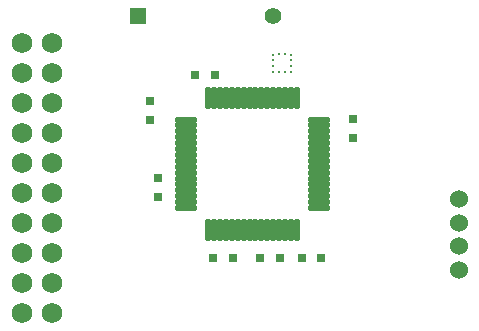
<source format=gts>
%TF.GenerationSoftware,KiCad,Pcbnew,8.0.3*%
%TF.CreationDate,2024-11-23T22:21:16-05:00*%
%TF.ProjectId,MH24BN0001_hw,4d483234-424e-4303-9030-315f68772e6b,rev?*%
%TF.SameCoordinates,Original*%
%TF.FileFunction,Soldermask,Top*%
%TF.FilePolarity,Negative*%
%FSLAX46Y46*%
G04 Gerber Fmt 4.6, Leading zero omitted, Abs format (unit mm)*
G04 Created by KiCad (PCBNEW 8.0.3) date 2024-11-23 22:21:16*
%MOMM*%
%LPD*%
G01*
G04 APERTURE LIST*
G04 Aperture macros list*
%AMRoundRect*
0 Rectangle with rounded corners*
0 $1 Rounding radius*
0 $2 $3 $4 $5 $6 $7 $8 $9 X,Y pos of 4 corners*
0 Add a 4 corners polygon primitive as box body*
4,1,4,$2,$3,$4,$5,$6,$7,$8,$9,$2,$3,0*
0 Add four circle primitives for the rounded corners*
1,1,$1+$1,$2,$3*
1,1,$1+$1,$4,$5*
1,1,$1+$1,$6,$7*
1,1,$1+$1,$8,$9*
0 Add four rect primitives between the rounded corners*
20,1,$1+$1,$2,$3,$4,$5,0*
20,1,$1+$1,$4,$5,$6,$7,0*
20,1,$1+$1,$6,$7,$8,$9,0*
20,1,$1+$1,$8,$9,$2,$3,0*%
G04 Aperture macros list end*
%ADD10R,0.655600X0.800000*%
%ADD11RoundRect,0.102000X-0.800000X-0.150000X0.800000X-0.150000X0.800000X0.150000X-0.800000X0.150000X0*%
%ADD12RoundRect,0.102000X-0.150000X-0.800000X0.150000X-0.800000X0.150000X0.800000X-0.150000X0.800000X0*%
%ADD13R,0.800000X0.655600*%
%ADD14C,1.734000*%
%ADD15R,1.397000X1.397000*%
%ADD16C,1.397000*%
%ADD17C,1.524000*%
%ADD18R,0.279400X0.254000*%
%ADD19R,0.254000X0.279400*%
G04 APERTURE END LIST*
D10*
%TO.C,C2*%
X57327800Y-50000000D03*
X55672200Y-50000000D03*
%TD*%
D11*
%TO.C,U1*%
X45900000Y-38250000D03*
X45900000Y-38750000D03*
X45900000Y-39250000D03*
X45900000Y-39750000D03*
X45900000Y-40250000D03*
X45900000Y-40750000D03*
X45900000Y-41250000D03*
X45900000Y-41750000D03*
X45900000Y-42250000D03*
X45900000Y-42750000D03*
X45900000Y-43250000D03*
X45900000Y-43750000D03*
X45900000Y-44250000D03*
X45900000Y-44750000D03*
X45900000Y-45250000D03*
X45900000Y-45750000D03*
D12*
X47750000Y-47600000D03*
X48250000Y-47600000D03*
X48750000Y-47600000D03*
X49250000Y-47600000D03*
X49750000Y-47600000D03*
X50250000Y-47600000D03*
X50750000Y-47600000D03*
X51250000Y-47600000D03*
X51750000Y-47600000D03*
X52250000Y-47600000D03*
X52750000Y-47600000D03*
X53250000Y-47600000D03*
X53750000Y-47600000D03*
X54250000Y-47600000D03*
X54750000Y-47600000D03*
X55250000Y-47600000D03*
D11*
X57100000Y-45750000D03*
X57100000Y-45250000D03*
X57100000Y-44750000D03*
X57100000Y-44250000D03*
X57100000Y-43750000D03*
X57100000Y-43250000D03*
X57100000Y-42750000D03*
X57100000Y-42250000D03*
X57100000Y-41750000D03*
X57100000Y-41250000D03*
X57100000Y-40750000D03*
X57100000Y-40250000D03*
X57100000Y-39750000D03*
X57100000Y-39250000D03*
X57100000Y-38750000D03*
X57100000Y-38250000D03*
D12*
X55250000Y-36400000D03*
X54750000Y-36400000D03*
X54250000Y-36400000D03*
X53750000Y-36400000D03*
X53250000Y-36400000D03*
X52750000Y-36400000D03*
X52250000Y-36400000D03*
X51750000Y-36400000D03*
X51250000Y-36400000D03*
X50750000Y-36400000D03*
X50250000Y-36400000D03*
X49750000Y-36400000D03*
X49250000Y-36400000D03*
X48750000Y-36400000D03*
X48250000Y-36400000D03*
X47750000Y-36400000D03*
%TD*%
D13*
%TO.C,C6*%
X42827800Y-38327800D03*
X42827800Y-36672200D03*
%TD*%
D14*
%TO.C,J1*%
X34500000Y-54620000D03*
X31960000Y-54620000D03*
X34500000Y-52080000D03*
X31960000Y-52080000D03*
X34500000Y-49540000D03*
X31960000Y-49540000D03*
X34500000Y-47000000D03*
X31960000Y-47000000D03*
X34500000Y-44460000D03*
X31960000Y-44460000D03*
X34500000Y-41920000D03*
X31960000Y-41920000D03*
X34500000Y-39380000D03*
X31960000Y-39380000D03*
X34500000Y-36840000D03*
X31960000Y-36840000D03*
X34500000Y-34300000D03*
X31960000Y-34300000D03*
X34500000Y-31760000D03*
X31960000Y-31760000D03*
%TD*%
D10*
%TO.C,C7*%
X52172200Y-50000000D03*
X53827800Y-50000000D03*
%TD*%
%TO.C,C4*%
X46672200Y-34500000D03*
X48327800Y-34500000D03*
%TD*%
%TO.C,C1*%
X49827800Y-50000000D03*
X48172200Y-50000000D03*
%TD*%
D15*
%TO.C,R1*%
X41785000Y-29500000D03*
D16*
X53215000Y-29500000D03*
%TD*%
D13*
%TO.C,C3*%
X60000000Y-38172200D03*
X60000000Y-39827800D03*
%TD*%
%TO.C,C5*%
X43500000Y-44827800D03*
X43500000Y-43172200D03*
%TD*%
D17*
%TO.C,SI1*%
X69000000Y-45000000D03*
X69000000Y-47000000D03*
X69000000Y-49000000D03*
X69000000Y-51000000D03*
%TD*%
D18*
%TO.C,U2*%
X54762000Y-34250001D03*
X54762000Y-33750000D03*
X54762000Y-33250000D03*
X54762000Y-32749999D03*
D19*
X54250000Y-32738000D03*
X53750000Y-32738000D03*
D18*
X53238000Y-32749999D03*
X53238000Y-33250000D03*
X53238000Y-33750000D03*
X53238000Y-34250001D03*
D19*
X53750000Y-34262000D03*
X54250000Y-34262000D03*
%TD*%
M02*

</source>
